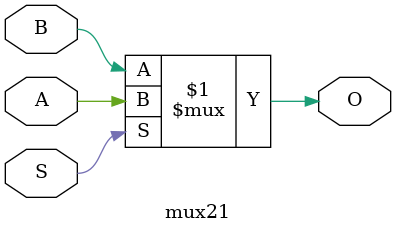
<source format=v>
module mux21 (A,  B, S, O);
input A, B;
inout S;
output O;
assign O = S? A:B;
endmodule
</source>
